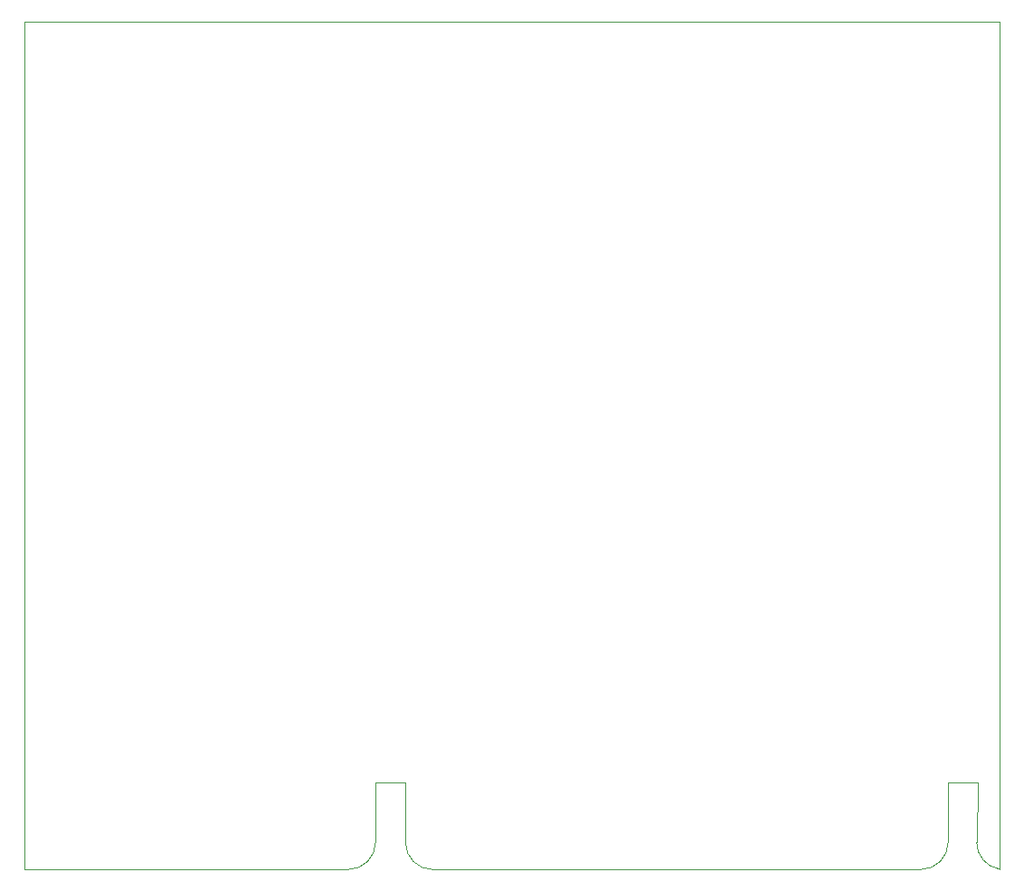
<source format=gm1>
G04 #@! TF.GenerationSoftware,KiCad,Pcbnew,5.1.5+dfsg1-2build2*
G04 #@! TF.CreationDate,2021-07-05T16:56:15+02:00*
G04 #@! TF.ProjectId,GraphixCard,47726170-6869-4784-9361-72642e6b6963,rev?*
G04 #@! TF.SameCoordinates,Original*
G04 #@! TF.FileFunction,Profile,NP*
%FSLAX46Y46*%
G04 Gerber Fmt 4.6, Leading zero omitted, Abs format (unit mm)*
G04 Created by KiCad (PCBNEW 5.1.5+dfsg1-2build2) date 2021-07-05 16:56:15*
%MOMM*%
%LPD*%
G04 APERTURE LIST*
%ADD10C,0.050000*%
G04 APERTURE END LIST*
D10*
X268478000Y-74295000D02*
X268351000Y-79883000D01*
X265684000Y-74295000D02*
X268478000Y-74295000D01*
X265684000Y-79883000D02*
X265684000Y-74295000D01*
X270514215Y-82394898D02*
G75*
G02X268351000Y-79883000I376785J2511898D01*
G01*
X265684000Y-79883000D02*
G75*
G02X263144000Y-82423000I-2540000J0D01*
G01*
X212090000Y-79883000D02*
G75*
G02X209550000Y-82423000I-2540000J0D01*
G01*
X217424000Y-82423000D02*
G75*
G02X214884000Y-79883000I0J2540000D01*
G01*
X214884000Y-74295000D02*
X214884000Y-79883000D01*
X212090000Y-74295000D02*
X214884000Y-74295000D01*
X212090000Y-79883000D02*
X212090000Y-74295000D01*
X263144000Y-82423000D02*
X217424000Y-82423000D01*
X209550000Y-82423000D02*
X179248000Y-82423000D01*
X179248000Y-82423000D02*
X179248000Y-3036000D01*
X270510000Y-3036000D02*
X270514215Y-82394898D01*
X179248000Y-3036000D02*
X270510000Y-3036000D01*
M02*

</source>
